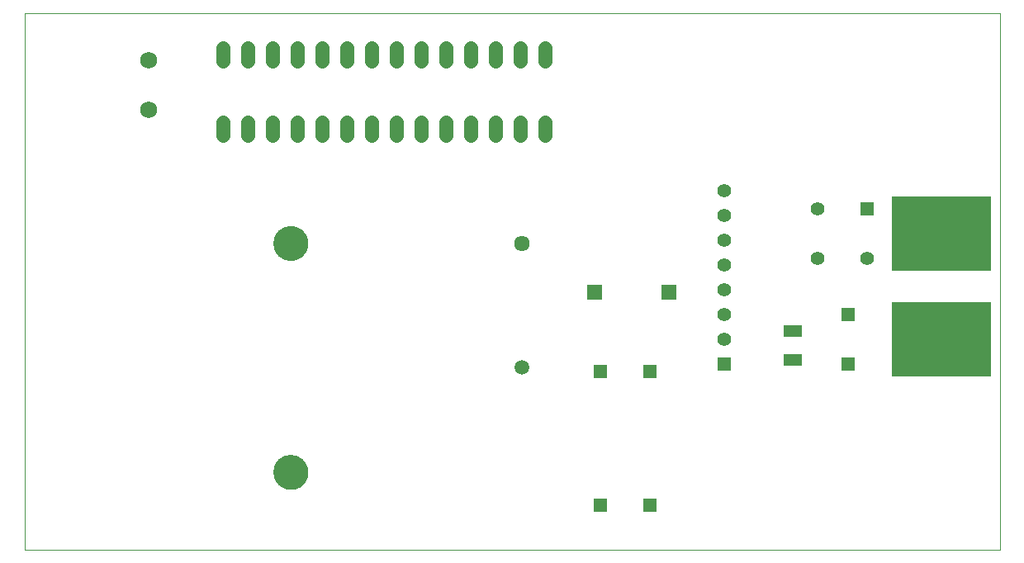
<source format=gbs>
G75*
%MOIN*%
%OFA0B0*%
%FSLAX25Y25*%
%IPPOS*%
%LPD*%
%AMOC8*
5,1,8,0,0,1.08239X$1,22.5*
%
%ADD10C,0.00000*%
%ADD11C,0.05600*%
%ADD12C,0.14000*%
%ADD13C,0.06337*%
%ADD14C,0.05943*%
%ADD15R,0.40400X0.30400*%
%ADD16R,0.07300X0.04800*%
%ADD17R,0.05550X0.05550*%
%ADD18C,0.05550*%
%ADD19R,0.06337X0.06337*%
%ADD20C,0.06900*%
D10*
X0001000Y0001000D02*
X0001000Y0217535D01*
X0394701Y0217535D01*
X0394701Y0001000D01*
X0001000Y0001000D01*
X0101700Y0032250D02*
X0101702Y0032417D01*
X0101708Y0032584D01*
X0101718Y0032750D01*
X0101733Y0032917D01*
X0101751Y0033082D01*
X0101774Y0033248D01*
X0101800Y0033413D01*
X0101831Y0033577D01*
X0101865Y0033740D01*
X0101904Y0033902D01*
X0101946Y0034064D01*
X0101993Y0034224D01*
X0102043Y0034383D01*
X0102098Y0034541D01*
X0102156Y0034697D01*
X0102218Y0034852D01*
X0102283Y0035006D01*
X0102353Y0035157D01*
X0102426Y0035307D01*
X0102503Y0035455D01*
X0102583Y0035602D01*
X0102667Y0035746D01*
X0102755Y0035888D01*
X0102846Y0036028D01*
X0102940Y0036165D01*
X0103038Y0036301D01*
X0103139Y0036434D01*
X0103244Y0036564D01*
X0103351Y0036692D01*
X0103462Y0036817D01*
X0103575Y0036939D01*
X0103692Y0037058D01*
X0103811Y0037175D01*
X0103933Y0037288D01*
X0104058Y0037399D01*
X0104186Y0037506D01*
X0104316Y0037611D01*
X0104449Y0037712D01*
X0104585Y0037810D01*
X0104722Y0037904D01*
X0104862Y0037995D01*
X0105004Y0038083D01*
X0105148Y0038167D01*
X0105295Y0038247D01*
X0105443Y0038324D01*
X0105593Y0038397D01*
X0105744Y0038467D01*
X0105898Y0038532D01*
X0106053Y0038594D01*
X0106209Y0038652D01*
X0106367Y0038707D01*
X0106526Y0038757D01*
X0106686Y0038804D01*
X0106848Y0038846D01*
X0107010Y0038885D01*
X0107173Y0038919D01*
X0107337Y0038950D01*
X0107502Y0038976D01*
X0107668Y0038999D01*
X0107833Y0039017D01*
X0108000Y0039032D01*
X0108166Y0039042D01*
X0108333Y0039048D01*
X0108500Y0039050D01*
X0108667Y0039048D01*
X0108834Y0039042D01*
X0109000Y0039032D01*
X0109167Y0039017D01*
X0109332Y0038999D01*
X0109498Y0038976D01*
X0109663Y0038950D01*
X0109827Y0038919D01*
X0109990Y0038885D01*
X0110152Y0038846D01*
X0110314Y0038804D01*
X0110474Y0038757D01*
X0110633Y0038707D01*
X0110791Y0038652D01*
X0110947Y0038594D01*
X0111102Y0038532D01*
X0111256Y0038467D01*
X0111407Y0038397D01*
X0111557Y0038324D01*
X0111705Y0038247D01*
X0111852Y0038167D01*
X0111996Y0038083D01*
X0112138Y0037995D01*
X0112278Y0037904D01*
X0112415Y0037810D01*
X0112551Y0037712D01*
X0112684Y0037611D01*
X0112814Y0037506D01*
X0112942Y0037399D01*
X0113067Y0037288D01*
X0113189Y0037175D01*
X0113308Y0037058D01*
X0113425Y0036939D01*
X0113538Y0036817D01*
X0113649Y0036692D01*
X0113756Y0036564D01*
X0113861Y0036434D01*
X0113962Y0036301D01*
X0114060Y0036165D01*
X0114154Y0036028D01*
X0114245Y0035888D01*
X0114333Y0035746D01*
X0114417Y0035602D01*
X0114497Y0035455D01*
X0114574Y0035307D01*
X0114647Y0035157D01*
X0114717Y0035006D01*
X0114782Y0034852D01*
X0114844Y0034697D01*
X0114902Y0034541D01*
X0114957Y0034383D01*
X0115007Y0034224D01*
X0115054Y0034064D01*
X0115096Y0033902D01*
X0115135Y0033740D01*
X0115169Y0033577D01*
X0115200Y0033413D01*
X0115226Y0033248D01*
X0115249Y0033082D01*
X0115267Y0032917D01*
X0115282Y0032750D01*
X0115292Y0032584D01*
X0115298Y0032417D01*
X0115300Y0032250D01*
X0115298Y0032083D01*
X0115292Y0031916D01*
X0115282Y0031750D01*
X0115267Y0031583D01*
X0115249Y0031418D01*
X0115226Y0031252D01*
X0115200Y0031087D01*
X0115169Y0030923D01*
X0115135Y0030760D01*
X0115096Y0030598D01*
X0115054Y0030436D01*
X0115007Y0030276D01*
X0114957Y0030117D01*
X0114902Y0029959D01*
X0114844Y0029803D01*
X0114782Y0029648D01*
X0114717Y0029494D01*
X0114647Y0029343D01*
X0114574Y0029193D01*
X0114497Y0029045D01*
X0114417Y0028898D01*
X0114333Y0028754D01*
X0114245Y0028612D01*
X0114154Y0028472D01*
X0114060Y0028335D01*
X0113962Y0028199D01*
X0113861Y0028066D01*
X0113756Y0027936D01*
X0113649Y0027808D01*
X0113538Y0027683D01*
X0113425Y0027561D01*
X0113308Y0027442D01*
X0113189Y0027325D01*
X0113067Y0027212D01*
X0112942Y0027101D01*
X0112814Y0026994D01*
X0112684Y0026889D01*
X0112551Y0026788D01*
X0112415Y0026690D01*
X0112278Y0026596D01*
X0112138Y0026505D01*
X0111996Y0026417D01*
X0111852Y0026333D01*
X0111705Y0026253D01*
X0111557Y0026176D01*
X0111407Y0026103D01*
X0111256Y0026033D01*
X0111102Y0025968D01*
X0110947Y0025906D01*
X0110791Y0025848D01*
X0110633Y0025793D01*
X0110474Y0025743D01*
X0110314Y0025696D01*
X0110152Y0025654D01*
X0109990Y0025615D01*
X0109827Y0025581D01*
X0109663Y0025550D01*
X0109498Y0025524D01*
X0109332Y0025501D01*
X0109167Y0025483D01*
X0109000Y0025468D01*
X0108834Y0025458D01*
X0108667Y0025452D01*
X0108500Y0025450D01*
X0108333Y0025452D01*
X0108166Y0025458D01*
X0108000Y0025468D01*
X0107833Y0025483D01*
X0107668Y0025501D01*
X0107502Y0025524D01*
X0107337Y0025550D01*
X0107173Y0025581D01*
X0107010Y0025615D01*
X0106848Y0025654D01*
X0106686Y0025696D01*
X0106526Y0025743D01*
X0106367Y0025793D01*
X0106209Y0025848D01*
X0106053Y0025906D01*
X0105898Y0025968D01*
X0105744Y0026033D01*
X0105593Y0026103D01*
X0105443Y0026176D01*
X0105295Y0026253D01*
X0105148Y0026333D01*
X0105004Y0026417D01*
X0104862Y0026505D01*
X0104722Y0026596D01*
X0104585Y0026690D01*
X0104449Y0026788D01*
X0104316Y0026889D01*
X0104186Y0026994D01*
X0104058Y0027101D01*
X0103933Y0027212D01*
X0103811Y0027325D01*
X0103692Y0027442D01*
X0103575Y0027561D01*
X0103462Y0027683D01*
X0103351Y0027808D01*
X0103244Y0027936D01*
X0103139Y0028066D01*
X0103038Y0028199D01*
X0102940Y0028335D01*
X0102846Y0028472D01*
X0102755Y0028612D01*
X0102667Y0028754D01*
X0102583Y0028898D01*
X0102503Y0029045D01*
X0102426Y0029193D01*
X0102353Y0029343D01*
X0102283Y0029494D01*
X0102218Y0029648D01*
X0102156Y0029803D01*
X0102098Y0029959D01*
X0102043Y0030117D01*
X0101993Y0030276D01*
X0101946Y0030436D01*
X0101904Y0030598D01*
X0101865Y0030760D01*
X0101831Y0030923D01*
X0101800Y0031087D01*
X0101774Y0031252D01*
X0101751Y0031418D01*
X0101733Y0031583D01*
X0101718Y0031750D01*
X0101708Y0031916D01*
X0101702Y0032083D01*
X0101700Y0032250D01*
X0101700Y0124750D02*
X0101702Y0124917D01*
X0101708Y0125084D01*
X0101718Y0125250D01*
X0101733Y0125417D01*
X0101751Y0125582D01*
X0101774Y0125748D01*
X0101800Y0125913D01*
X0101831Y0126077D01*
X0101865Y0126240D01*
X0101904Y0126402D01*
X0101946Y0126564D01*
X0101993Y0126724D01*
X0102043Y0126883D01*
X0102098Y0127041D01*
X0102156Y0127197D01*
X0102218Y0127352D01*
X0102283Y0127506D01*
X0102353Y0127657D01*
X0102426Y0127807D01*
X0102503Y0127955D01*
X0102583Y0128102D01*
X0102667Y0128246D01*
X0102755Y0128388D01*
X0102846Y0128528D01*
X0102940Y0128665D01*
X0103038Y0128801D01*
X0103139Y0128934D01*
X0103244Y0129064D01*
X0103351Y0129192D01*
X0103462Y0129317D01*
X0103575Y0129439D01*
X0103692Y0129558D01*
X0103811Y0129675D01*
X0103933Y0129788D01*
X0104058Y0129899D01*
X0104186Y0130006D01*
X0104316Y0130111D01*
X0104449Y0130212D01*
X0104585Y0130310D01*
X0104722Y0130404D01*
X0104862Y0130495D01*
X0105004Y0130583D01*
X0105148Y0130667D01*
X0105295Y0130747D01*
X0105443Y0130824D01*
X0105593Y0130897D01*
X0105744Y0130967D01*
X0105898Y0131032D01*
X0106053Y0131094D01*
X0106209Y0131152D01*
X0106367Y0131207D01*
X0106526Y0131257D01*
X0106686Y0131304D01*
X0106848Y0131346D01*
X0107010Y0131385D01*
X0107173Y0131419D01*
X0107337Y0131450D01*
X0107502Y0131476D01*
X0107668Y0131499D01*
X0107833Y0131517D01*
X0108000Y0131532D01*
X0108166Y0131542D01*
X0108333Y0131548D01*
X0108500Y0131550D01*
X0108667Y0131548D01*
X0108834Y0131542D01*
X0109000Y0131532D01*
X0109167Y0131517D01*
X0109332Y0131499D01*
X0109498Y0131476D01*
X0109663Y0131450D01*
X0109827Y0131419D01*
X0109990Y0131385D01*
X0110152Y0131346D01*
X0110314Y0131304D01*
X0110474Y0131257D01*
X0110633Y0131207D01*
X0110791Y0131152D01*
X0110947Y0131094D01*
X0111102Y0131032D01*
X0111256Y0130967D01*
X0111407Y0130897D01*
X0111557Y0130824D01*
X0111705Y0130747D01*
X0111852Y0130667D01*
X0111996Y0130583D01*
X0112138Y0130495D01*
X0112278Y0130404D01*
X0112415Y0130310D01*
X0112551Y0130212D01*
X0112684Y0130111D01*
X0112814Y0130006D01*
X0112942Y0129899D01*
X0113067Y0129788D01*
X0113189Y0129675D01*
X0113308Y0129558D01*
X0113425Y0129439D01*
X0113538Y0129317D01*
X0113649Y0129192D01*
X0113756Y0129064D01*
X0113861Y0128934D01*
X0113962Y0128801D01*
X0114060Y0128665D01*
X0114154Y0128528D01*
X0114245Y0128388D01*
X0114333Y0128246D01*
X0114417Y0128102D01*
X0114497Y0127955D01*
X0114574Y0127807D01*
X0114647Y0127657D01*
X0114717Y0127506D01*
X0114782Y0127352D01*
X0114844Y0127197D01*
X0114902Y0127041D01*
X0114957Y0126883D01*
X0115007Y0126724D01*
X0115054Y0126564D01*
X0115096Y0126402D01*
X0115135Y0126240D01*
X0115169Y0126077D01*
X0115200Y0125913D01*
X0115226Y0125748D01*
X0115249Y0125582D01*
X0115267Y0125417D01*
X0115282Y0125250D01*
X0115292Y0125084D01*
X0115298Y0124917D01*
X0115300Y0124750D01*
X0115298Y0124583D01*
X0115292Y0124416D01*
X0115282Y0124250D01*
X0115267Y0124083D01*
X0115249Y0123918D01*
X0115226Y0123752D01*
X0115200Y0123587D01*
X0115169Y0123423D01*
X0115135Y0123260D01*
X0115096Y0123098D01*
X0115054Y0122936D01*
X0115007Y0122776D01*
X0114957Y0122617D01*
X0114902Y0122459D01*
X0114844Y0122303D01*
X0114782Y0122148D01*
X0114717Y0121994D01*
X0114647Y0121843D01*
X0114574Y0121693D01*
X0114497Y0121545D01*
X0114417Y0121398D01*
X0114333Y0121254D01*
X0114245Y0121112D01*
X0114154Y0120972D01*
X0114060Y0120835D01*
X0113962Y0120699D01*
X0113861Y0120566D01*
X0113756Y0120436D01*
X0113649Y0120308D01*
X0113538Y0120183D01*
X0113425Y0120061D01*
X0113308Y0119942D01*
X0113189Y0119825D01*
X0113067Y0119712D01*
X0112942Y0119601D01*
X0112814Y0119494D01*
X0112684Y0119389D01*
X0112551Y0119288D01*
X0112415Y0119190D01*
X0112278Y0119096D01*
X0112138Y0119005D01*
X0111996Y0118917D01*
X0111852Y0118833D01*
X0111705Y0118753D01*
X0111557Y0118676D01*
X0111407Y0118603D01*
X0111256Y0118533D01*
X0111102Y0118468D01*
X0110947Y0118406D01*
X0110791Y0118348D01*
X0110633Y0118293D01*
X0110474Y0118243D01*
X0110314Y0118196D01*
X0110152Y0118154D01*
X0109990Y0118115D01*
X0109827Y0118081D01*
X0109663Y0118050D01*
X0109498Y0118024D01*
X0109332Y0118001D01*
X0109167Y0117983D01*
X0109000Y0117968D01*
X0108834Y0117958D01*
X0108667Y0117952D01*
X0108500Y0117950D01*
X0108333Y0117952D01*
X0108166Y0117958D01*
X0108000Y0117968D01*
X0107833Y0117983D01*
X0107668Y0118001D01*
X0107502Y0118024D01*
X0107337Y0118050D01*
X0107173Y0118081D01*
X0107010Y0118115D01*
X0106848Y0118154D01*
X0106686Y0118196D01*
X0106526Y0118243D01*
X0106367Y0118293D01*
X0106209Y0118348D01*
X0106053Y0118406D01*
X0105898Y0118468D01*
X0105744Y0118533D01*
X0105593Y0118603D01*
X0105443Y0118676D01*
X0105295Y0118753D01*
X0105148Y0118833D01*
X0105004Y0118917D01*
X0104862Y0119005D01*
X0104722Y0119096D01*
X0104585Y0119190D01*
X0104449Y0119288D01*
X0104316Y0119389D01*
X0104186Y0119494D01*
X0104058Y0119601D01*
X0103933Y0119712D01*
X0103811Y0119825D01*
X0103692Y0119942D01*
X0103575Y0120061D01*
X0103462Y0120183D01*
X0103351Y0120308D01*
X0103244Y0120436D01*
X0103139Y0120566D01*
X0103038Y0120699D01*
X0102940Y0120835D01*
X0102846Y0120972D01*
X0102755Y0121112D01*
X0102667Y0121254D01*
X0102583Y0121398D01*
X0102503Y0121545D01*
X0102426Y0121693D01*
X0102353Y0121843D01*
X0102283Y0121994D01*
X0102218Y0122148D01*
X0102156Y0122303D01*
X0102098Y0122459D01*
X0102043Y0122617D01*
X0101993Y0122776D01*
X0101946Y0122936D01*
X0101904Y0123098D01*
X0101865Y0123260D01*
X0101831Y0123423D01*
X0101800Y0123587D01*
X0101774Y0123752D01*
X0101751Y0123918D01*
X0101733Y0124083D01*
X0101718Y0124250D01*
X0101708Y0124416D01*
X0101702Y0124583D01*
X0101700Y0124750D01*
D11*
X0101000Y0168400D02*
X0101000Y0173600D01*
X0091000Y0173600D02*
X0091000Y0168400D01*
X0081000Y0168400D02*
X0081000Y0173600D01*
X0111000Y0173600D02*
X0111000Y0168400D01*
X0121000Y0168400D02*
X0121000Y0173600D01*
X0131000Y0173600D02*
X0131000Y0168400D01*
X0141000Y0168400D02*
X0141000Y0173600D01*
X0151000Y0173600D02*
X0151000Y0168400D01*
X0161000Y0168400D02*
X0161000Y0173600D01*
X0171000Y0173600D02*
X0171000Y0168400D01*
X0181000Y0168400D02*
X0181000Y0173600D01*
X0191000Y0173600D02*
X0191000Y0168400D01*
X0201000Y0168400D02*
X0201000Y0173600D01*
X0211000Y0173600D02*
X0211000Y0168400D01*
X0211000Y0198400D02*
X0211000Y0203600D01*
X0201000Y0203600D02*
X0201000Y0198400D01*
X0191000Y0198400D02*
X0191000Y0203600D01*
X0181000Y0203600D02*
X0181000Y0198400D01*
X0171000Y0198400D02*
X0171000Y0203600D01*
X0161000Y0203600D02*
X0161000Y0198400D01*
X0151000Y0198400D02*
X0151000Y0203600D01*
X0141000Y0203600D02*
X0141000Y0198400D01*
X0131000Y0198400D02*
X0131000Y0203600D01*
X0121000Y0203600D02*
X0121000Y0198400D01*
X0111000Y0198400D02*
X0111000Y0203600D01*
X0101000Y0203600D02*
X0101000Y0198400D01*
X0091000Y0198400D02*
X0091000Y0203600D01*
X0081000Y0203600D02*
X0081000Y0198400D01*
D12*
X0108500Y0124750D03*
X0108500Y0032250D03*
D13*
X0201900Y0124750D03*
D14*
X0201900Y0074750D03*
D15*
X0371000Y0086000D03*
X0371000Y0128500D03*
D16*
X0311000Y0089300D03*
X0311000Y0077700D03*
D17*
X0333500Y0076000D03*
X0333500Y0096000D03*
X0283500Y0076000D03*
X0253500Y0073000D03*
X0233500Y0073000D03*
X0233500Y0019000D03*
X0253500Y0019000D03*
X0341000Y0138500D03*
D18*
X0321000Y0138500D03*
X0283500Y0136000D03*
X0283500Y0146000D03*
X0283500Y0126000D03*
X0283500Y0116000D03*
X0283500Y0106000D03*
X0283500Y0096000D03*
X0283500Y0086000D03*
X0321000Y0118500D03*
X0341000Y0118500D03*
D19*
X0261000Y0104900D03*
X0231000Y0104900D03*
D20*
X0051000Y0178500D03*
X0051000Y0198500D03*
M02*

</source>
